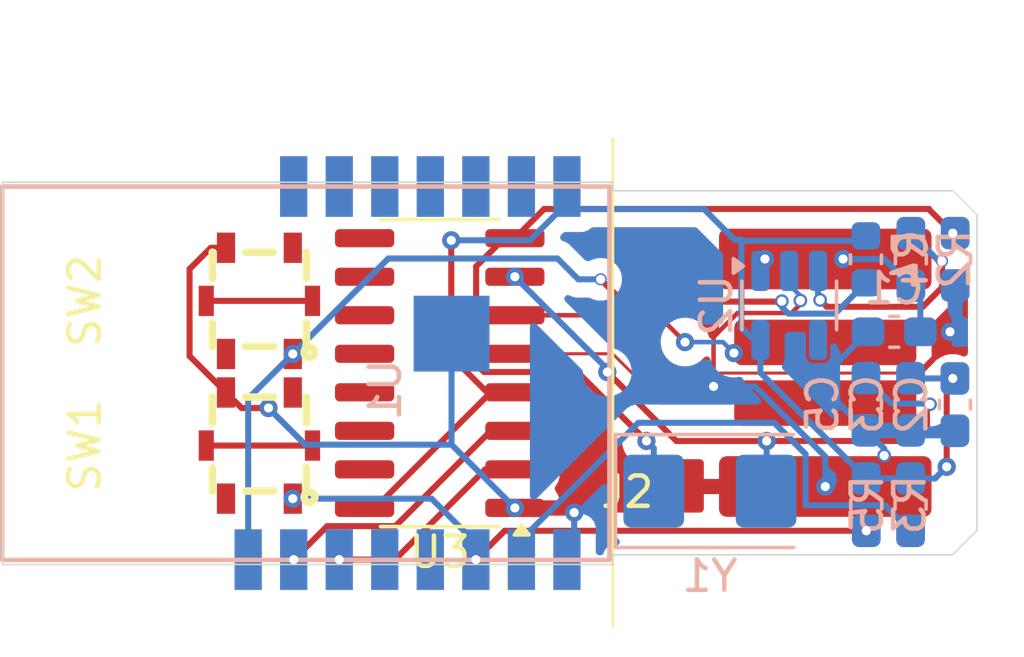
<source format=kicad_pcb>
(kicad_pcb (version 20241229) (generator "pcbnew") (generator_version "9.0")
  (layers (0 "F.Cu" signal) (2 "B.Cu" signal) (13 "F.Paste" user) (15 "B.Paste" user) (5 "F.SilkS" user "F.Silkscreen") (7 "B.SilkS" user "B.Silkscreen") (1 "F.Mask" user) (3 "B.Mask" user) (25 "Edge.Cuts" user))
  (net 0 "")
  (net 1 "GND")
  (net 2 "VBUS")
  (net 3 "+3.3V")
  (net 4 "Net-(U3-XO)")
  (net 5 "Net-(U3-XI)")
  (net 6 "D+")
  (net 7 "D-")
  (net 8 "Net-(U2-EN)")
  (net 9 "Net-(U1-GPIO0)")
  (net 10 "Net-(U1-RST)")
  (net 11 "Net-(U1-GPIO2)")
  (net 14 "unconnected-(SW1-Pad5)")
  (net 15 "unconnected-(SW2-Pad5)")
  (net 18 "Net-(U1-RX)")
  (net 26 "Net-(U1-TX)")
  (footprint "button:KEY-SMD_4P-L3.1-W3.1-P2.00_TS-1077S-01726" (layer "F.Cu") (at 118.86 72.71 90)
    (property "Reference" "SW2" (at 0 -5.75 90) (layer "F.SilkS"))
    (property "Value" "TS-1077S-01726")
    (fp_line (start 1.6 -1.55) (end 1.6 -1.53) (stroke (width 0.25)) (layer "F.SilkS"))
    (fp_line (start 0.74 -1.55) (end 1.6 -1.55) (stroke (width 0.25)) (layer "F.SilkS"))
    (fp_line (start -1.5 -1.55) (end -0.73 -1.55) (stroke (width 0.25)) (layer "F.SilkS"))
    (fp_line (start -1.5 -1.53) (end -1.5 -1.55) (stroke (width 0.25)) (layer "F.SilkS"))
    (fp_line (start 1.6 -0.47) (end 1.6 0.47) (stroke (width 0.25)) (layer "F.SilkS"))
    (fp_line (start -1.5 0.47) (end -1.5 -0.47) (stroke (width 0.25)) (layer "F.SilkS"))
    (fp_line (start 1.6 1.53) (end 1.6 1.55) (stroke (width 0.25)) (layer "F.SilkS"))
    (fp_line (start 1.6 1.55) (end 0.74 1.55) (stroke (width 0.25)) (layer "F.SilkS"))
    (fp_line (start -0.73 1.55) (end -1.5 1.55) (stroke (width 0.25)) (layer "F.SilkS"))
    (fp_line (start -1.5 1.55) (end -1.5 1.53) (stroke (width 0.25)) (layer "F.SilkS"))
    (fp_circle (center -1.7 1.65) (end -1.65 1.65) (stroke (width 0.25)) (fill no) (layer "F.SilkS"))
    (pad "1" smd rect (at -1.75 1.1 180) (size 0.6 1) (layers "F.Cu" "F.Mask" "F.Paste") (net 10 "Net-(U1-RST)"))
    (pad "2" smd rect (at 1.75 1.1 180) (size 0.6 1) (layers "F.Cu" "F.Mask" "F.Paste"))
    (pad "3" smd rect (at 1.75 -1.1 180) (size 0.6 1) (layers "F.Cu" "F.Mask" "F.Paste") (net 1 "GND"))
    (pad "4" smd rect (at -1.75 -1.1 180) (size 0.6 1) (layers "F.Cu" "F.Mask" "F.Paste"))
    (pad "5" smd rect (at 0 -1.75 180) (size 0.5 1) (layers "F.Cu" "F.Mask" "F.Paste") (net 15 "unconnected-(SW2-Pad5)"))
    (pad "5" smd rect (at 0 1.75 180) (size 0.5 1) (layers "F.Cu" "F.Mask" "F.Paste") (net 15 "unconnected-(SW2-Pad5)"))
  )
  (footprint "Package_SO:SOIC-16_3.9x9.9mm_P1.27mm" (layer "F.Cu") (at 124.8 75.09 180)
    (property "Reference" "U3" (at 0 -5.9 0) (layer "F.SilkS"))
    (property "Value" "CH340G")
    (fp_line (start 0 5.06) (end 1.95 5.06) (stroke (width 0.12)) (layer "F.SilkS"))
    (fp_line (start 0 5.06) (end -1.95 5.06) (stroke (width 0.12)) (layer "F.SilkS"))
    (fp_line (start 0 -5.06) (end 1.95 -5.06) (stroke (width 0.12)) (layer "F.SilkS"))
    (fp_line (start 0 -5.06) (end -1.95 -5.06) (stroke (width 0.12)) (layer "F.SilkS"))
    (fp_poly (pts (xy -2.7 -5.005) (xy -2.94 -5.335) (xy -2.46 -5.335)) (stroke (width 0.12)) (fill yes) (layer "F.SilkS"))
    (pad "1" smd roundrect (at -2.475 -4.445 180) (size 1.95 0.6) (layers "F.Cu" "F.Mask" "F.Paste") (net 1 "GND"))
    (pad "2" smd roundrect (at -2.475 -3.175 180) (size 1.95 0.6) (layers "F.Cu" "F.Mask" "F.Paste") (net 18 "Net-(U1-RX)"))
    (pad "3" smd roundrect (at -2.475 -1.905 180) (size 1.95 0.6) (layers "F.Cu" "F.Mask" "F.Paste") (net 26 "Net-(U1-TX)"))
    (pad "4" smd roundrect (at -2.475 -0.635 180) (size 1.95 0.6) (layers "F.Cu" "F.Mask" "F.Paste") (net 3 "+3.3V"))
    (pad "5" smd roundrect (at -2.475 0.635 180) (size 1.95 0.6) (layers "F.Cu" "F.Mask" "F.Paste") (net 6 "D+"))
    (pad "6" smd roundrect (at -2.475 1.905 180) (size 1.95 0.6) (layers "F.Cu" "F.Mask" "F.Paste") (net 7 "D-"))
    (pad "7" smd roundrect (at -2.475 3.175 180) (size 1.95 0.6) (layers "F.Cu" "F.Mask" "F.Paste") (net 5 "Net-(U3-XI)"))
    (pad "8" smd roundrect (at -2.475 4.445 180) (size 1.95 0.6) (layers "F.Cu" "F.Mask" "F.Paste") (net 4 "Net-(U3-XO)"))
    (pad "9" smd roundrect (at 2.475 4.445 180) (size 1.95 0.6) (layers "F.Cu" "F.Mask" "F.Paste"))
    (pad "10" smd roundrect (at 2.475 3.175 180) (size 1.95 0.6) (layers "F.Cu" "F.Mask" "F.Paste"))
    (pad "11" smd roundrect (at 2.475 1.905 180) (size 1.95 0.6) (layers "F.Cu" "F.Mask" "F.Paste"))
    (pad "12" smd roundrect (at 2.475 0.635 180) (size 1.95 0.6) (layers "F.Cu" "F.Mask" "F.Paste"))
    (pad "13" smd roundrect (at 2.475 -0.635 180) (size 1.95 0.6) (layers "F.Cu" "F.Mask" "F.Paste"))
    (pad "14" smd roundrect (at 2.475 -1.905 180) (size 1.95 0.6) (layers "F.Cu" "F.Mask" "F.Paste"))
    (pad "15" smd roundrect (at 2.475 -3.175 180) (size 1.95 0.6) (layers "F.Cu" "F.Mask" "F.Paste"))
    (pad "16" smd roundrect (at 2.475 -4.445 180) (size 1.95 0.6) (layers "F.Cu" "F.Mask" "F.Paste") (net 3 "+3.3V"))
  )
  (footprint "Connector_USB_PCB_Edge:USB_A_PCB_Edge_receptacle" (layer "F.Cu") (at 137.5 75.08 180)
    (property "Reference" "J2" (at 6.52 -3.93 0) (layer "F.SilkS"))
    (property "Value" "USB_A_PCB_Edge_receptacle")
    (fp_line (start 7 6) (end -4.2 6) (stroke (width 0.05)) (layer "Edge.Cuts"))
    (fp_line (start 7 -6) (end -4.2 -6) (stroke (width 0.05)) (layer "Edge.Cuts"))
    (fp_line (start -5 5.2) (end -4.2 6) (stroke (width 0.05)) (layer "Edge.Cuts"))
    (fp_line (start -5 -5.2) (end -4.2 -6) (stroke (width 0.05)) (layer "Edge.Cuts"))
    (fp_line (start -5 -5.2) (end -5 5.2) (stroke (width 0.05)) (layer "Edge.Cuts"))
    (pad "1" smd roundrect (at 0 3.75 180) (size 7 2) (layers "F.Cu" "F.Mask") (roundrect_rratio 0.125) (net 2 "VBUS"))
    (pad "2" smd roundrect (at 0 1 180) (size 6 1.5) (layers "F.Cu" "F.Mask") (roundrect_rratio 0.1666666667) (net 7 "D-"))
    (pad "3" smd roundrect (at 0 -1 180) (size 6 1.5) (layers "F.Cu" "F.Mask") (roundrect_rratio 0.1666666667) (net 6 "D+"))
    (pad "4" smd roundrect (at 0 -3.75 180) (size 7 2) (layers "F.Cu" "F.Mask") (roundrect_rratio 0.125) (net 1 "GND"))
  )
  (footprint "button:KEY-SMD_4P-L3.1-W3.1-P2.00_TS-1077S-01726" (layer "F.Cu") (at 118.86 77.48 90)
    (property "Reference" "SW1" (at 0 -5.75 90) (layer "F.SilkS"))
    (property "Value" "TS-1077S-01726")
    (fp_line (start 1.6 -1.55) (end 1.6 -1.53) (stroke (width 0.25)) (layer "F.SilkS"))
    (fp_line (start 0.74 -1.55) (end 1.6 -1.55) (stroke (width 0.25)) (layer "F.SilkS"))
    (fp_line (start -1.5 -1.55) (end -0.73 -1.55) (stroke (width 0.25)) (layer "F.SilkS"))
    (fp_line (start -1.5 -1.53) (end -1.5 -1.55) (stroke (width 0.25)) (layer "F.SilkS"))
    (fp_line (start 1.6 -0.47) (end 1.6 0.47) (stroke (width 0.25)) (layer "F.SilkS"))
    (fp_line (start -1.5 0.47) (end -1.5 -0.47) (stroke (width 0.25)) (layer "F.SilkS"))
    (fp_line (start 1.6 1.53) (end 1.6 1.55) (stroke (width 0.25)) (layer "F.SilkS"))
    (fp_line (start 1.6 1.55) (end 0.74 1.55) (stroke (width 0.25)) (layer "F.SilkS"))
    (fp_line (start -0.73 1.55) (end -1.5 1.55) (stroke (width 0.25)) (layer "F.SilkS"))
    (fp_line (start -1.5 1.55) (end -1.5 1.53) (stroke (width 0.25)) (layer "F.SilkS"))
    (fp_circle (center -1.7 1.65) (end -1.65 1.65) (stroke (width 0.25)) (fill no) (layer "F.SilkS"))
    (pad "1" smd rect (at -1.75 1.1 180) (size 0.6 1) (layers "F.Cu" "F.Mask" "F.Paste") (net 9 "Net-(U1-GPIO0)"))
    (pad "2" smd rect (at 1.75 1.1 180) (size 0.6 1) (layers "F.Cu" "F.Mask" "F.Paste"))
    (pad "3" smd rect (at 1.75 -1.1 180) (size 0.6 1) (layers "F.Cu" "F.Mask" "F.Paste") (net 1 "GND"))
    (pad "4" smd rect (at -1.75 -1.1 180) (size 0.6 1) (layers "F.Cu" "F.Mask" "F.Paste"))
    (pad "5" smd rect (at 0 -1.75 180) (size 0.5 1) (layers "F.Cu" "F.Mask" "F.Paste") (net 14 "unconnected-(SW1-Pad5)"))
    (pad "5" smd rect (at 0 1.75 180) (size 0.5 1) (layers "F.Cu" "F.Mask" "F.Paste") (net 14 "unconnected-(SW1-Pad5)"))
  )
  (footprint "Capacitor_SMD:C_0603_1608Metric_Pad1.08x0.95mm_HandSolder" (layer "B.Cu") (at 141.78 71.34 -90)
    (property "Reference" "C4" (at 0 1.43 90) (layer "B.SilkS") (effects (justify mirror)))
    (property "Value" "30pF")
    (fp_line (start -0.146267 0.51) (end 0.146267 0.51) (stroke (width 0.12)) (layer "B.SilkS"))
    (fp_line (start -0.146267 -0.51) (end 0.146267 -0.51) (stroke (width 0.12)) (layer "B.SilkS"))
    (pad "1" smd roundrect (at -0.8625 0 270) (size 1.075 0.95) (layers "B.Cu" "B.Mask" "B.Paste") (net 4 "Net-(U3-XO)"))
    (pad "2" smd roundrect (at 0.8625 0 270) (size 1.075 0.95) (layers "B.Cu" "B.Mask" "B.Paste") (net 1 "GND"))
  )
  (footprint "Crystal:Crystal_SMD_5032-2Pin_5.0x3.2mm" (layer "B.Cu") (at 133.7 78.98)
    (property "Reference" "Y1" (at 0 2.8 0) (layer "B.SilkS") (effects (justify mirror)))
    (property "Value" "12MHz")
    (fp_line (start -3.11 -1.86) (end 2.76 -1.86) (stroke (width 0.12)) (layer "B.SilkS"))
    (fp_line (start -3.11 1.86) (end -3.11 -1.86) (stroke (width 0.12)) (layer "B.SilkS"))
    (fp_line (start 2.76 1.86) (end -3.11 1.86) (stroke (width 0.12)) (layer "B.SilkS"))
    (pad "1" smd roundrect (at -1.85 0) (size 2 2.4) (layers "B.Cu" "B.Mask" "B.Paste") (roundrect_rratio 0.125) (net 4 "Net-(U3-XO)"))
    (pad "2" smd roundrect (at 1.85 0) (size 2 2.4) (layers "B.Cu" "B.Mask" "B.Paste") (roundrect_rratio 0.125) (net 5 "Net-(U3-XI)"))
  )
  (footprint "Capacitor_SMD:C_0603_1608Metric" (layer "B.Cu") (at 138.84 71.34 90)
    (property "Reference" "R4" (at 0 1.43 270) (layer "B.SilkS") (effects (justify mirror)))
    (property "Value" "10k")
    (fp_line (start -0.14058 -0.51) (end 0.14058 -0.51) (stroke (width 0.12)) (layer "B.SilkS"))
    (fp_line (start -0.14058 0.51) (end 0.14058 0.51) (stroke (width 0.12)) (layer "B.SilkS"))
    (pad "1" smd roundrect (at -0.775 0 90) (size 0.9 0.95) (layers "B.Cu" "B.Mask" "B.Paste") (net 10 "Net-(U1-RST)"))
    (pad "2" smd roundrect (at 0.775 0 90) (size 0.9 0.95) (layers "B.Cu" "B.Mask" "B.Paste") (net 3 "+3.3V"))
  )
  (footprint "Capacitor_SMD:C_0603_1608Metric_Pad1.08x0.95mm_HandSolder" (layer "B.Cu") (at 140.31 79.4275 -90)
    (property "Reference" "R5" (at 0 1.43 90) (layer "B.SilkS") (effects (justify mirror)))
    (property "Value" "10k")
    (fp_line (start -0.146267 0.51) (end 0.146267 0.51) (stroke (width 0.12)) (layer "B.SilkS"))
    (fp_line (start -0.146267 -0.51) (end 0.146267 -0.51) (stroke (width 0.12)) (layer "B.SilkS"))
    (pad "1" smd roundrect (at -0.8625 0 270) (size 1.075 0.95) (layers "B.Cu" "B.Mask" "B.Paste") (net 3 "+3.3V"))
    (pad "2" smd roundrect (at 0.8625 0 270) (size 1.075 0.95) (layers "B.Cu" "B.Mask" "B.Paste") (net 11 "Net-(U1-GPIO2)"))
  )
  (footprint "Capacitor_SMD:C_0603_1608Metric_Pad1.08x0.95mm_HandSolder" (layer "B.Cu") (at 140.31 76.12 -90)
    (property "Reference" "C3" (at 0 1.43 90) (layer "B.SilkS") (effects (justify mirror)))
    (property "Value" "100nF")
    (fp_line (start -0.146267 0.51) (end 0.146267 0.51) (stroke (width 0.12)) (layer "B.SilkS"))
    (fp_line (start -0.146267 -0.51) (end 0.146267 -0.51) (stroke (width 0.12)) (layer "B.SilkS"))
    (pad "1" smd roundrect (at -0.8625 0 270) (size 1.075 0.95) (layers "B.Cu" "B.Mask" "B.Paste") (net 3 "+3.3V"))
    (pad "2" smd roundrect (at 0.8625 0 270) (size 1.075 0.95) (layers "B.Cu" "B.Mask" "B.Paste") (net 1 "GND"))
  )
  (footprint "ESP8285:ESP-M2" (layer "B.Cu") (at 122.99 75.09 -90)
    (property "Reference" "U1" (at 0.55 -0.01 90) (layer "B.SilkS") (effects (justify mirror)))
    (property "Value" "ESP-M2")
    (fp_line (start -6.15 12.6) (end 6.15 12.6) (stroke (width 0.15)) (layer "B.SilkS"))
    (fp_line (start -6.15 -7.4) (end -6.15 12.6) (stroke (width 0.15)) (layer "B.SilkS"))
    (fp_line (start 6.15 -7.4) (end -6.15 -7.4) (stroke (width 0.15)) (layer "B.SilkS"))
    (fp_line (start 6.16 -7.4) (end 6.16 12.6) (stroke (width 0.15)) (layer "B.SilkS"))
    (pad "1" smd rect (at -6.15 3 180) (size 0.9 2) (layers "B.Cu" "B.Mask" "B.Paste"))
    (pad "2" smd rect (at -6.15 1.5 180) (size 0.9 2) (layers "B.Cu" "B.Mask" "B.Paste"))
    (pad "3" smd rect (at -6.15 0 180) (size 0.9 2) (layers "B.Cu" "B.Mask" "B.Paste"))
    (pad "4" smd rect (at -6.15 -1.5 180) (size 0.9 2) (layers "B.Cu" "B.Mask" "B.Paste"))
    (pad "5" smd rect (at -6.15 -3 180) (size 0.9 2) (layers "B.Cu" "B.Mask" "B.Paste"))
    (pad "6" smd rect (at -6.15 -4.5 180) (size 0.9 2) (layers "B.Cu" "B.Mask" "B.Paste"))
    (pad "7" smd rect (at -6.15 -6 180) (size 0.9 2) (layers "B.Cu" "B.Mask" "B.Paste") (net 3 "+3.3V"))
    (pad "8" smd rect (at 6.15 -6 180) (size 0.9 2) (layers "B.Cu" "B.Mask" "B.Paste") (net 1 "GND"))
    (pad "9" smd rect (at 6.15 -4.5 180) (size 0.9 2) (layers "B.Cu" "B.Mask" "B.Paste") (net 11 "Net-(U1-GPIO2)"))
    (pad "10" smd rect (at 6.15 -3 180) (size 0.9 2) (layers "B.Cu" "B.Mask" "B.Paste") (net 9 "Net-(U1-GPIO0)"))
    (pad "11" smd rect (at 6.15 -1.5 180) (size 0.9 2) (layers "B.Cu" "B.Mask" "B.Paste"))
    (pad "12" smd rect (at 6.15 0 180) (size 0.9 2) (layers "B.Cu" "B.Mask" "B.Paste"))
    (pad "13" smd rect (at 6.15 1.5 180) (size 0.9 2) (layers "B.Cu" "B.Mask" "B.Paste") (net 18 "Net-(U1-RX)"))
    (pad "14" smd rect (at 6.15 3 180) (size 0.9 2) (layers "B.Cu" "B.Mask" "B.Paste") (net 26 "Net-(U1-TX)"))
    (pad "15" smd rect (at 6.15 4.5 180) (size 0.9 2) (layers "B.Cu" "B.Mask" "B.Paste") (net 10 "Net-(U1-RST)"))
    (pad "16" smd rect (at -1.3 -2.2 180) (size 2.5 2.5) (layers "B.Cu" "B.Mask" "B.Paste") (net 1 "GND"))
  )
  (footprint "Capacitor_SMD:C_0603_1608Metric_Pad1.08x0.95mm_HandSolder" (layer "B.Cu") (at 138.85 79.4275 90)
    (property "Reference" "R3" (at 0 1.43 90) (layer "B.SilkS") (effects (justify mirror)))
    (property "Value" "10k")
    (fp_line (start -0.146267 -0.51) (end 0.146267 -0.51) (stroke (width 0.12)) (layer "B.SilkS"))
    (fp_line (start -0.146267 0.51) (end 0.146267 0.51) (stroke (width 0.12)) (layer "B.SilkS"))
    (pad "1" smd roundrect (at -0.8625 0 90) (size 1.075 0.95) (layers "B.Cu" "B.Mask" "B.Paste") (net 9 "Net-(U1-GPIO0)"))
    (pad "2" smd roundrect (at 0.8625 0 90) (size 1.075 0.95) (layers "B.Cu" "B.Mask" "B.Paste") (net 3 "+3.3V"))
  )
  (footprint "Capacitor_SMD:C_0603_1608Metric_Pad1.08x0.95mm_HandSolder" (layer "B.Cu") (at 138.84 76.1175 -90)
    (property "Reference" "C5" (at 0 1.43 90) (layer "B.SilkS") (effects (justify mirror)))
    (property "Value" "30pF")
    (fp_line (start -0.146267 0.51) (end 0.146267 0.51) (stroke (width 0.12)) (layer "B.SilkS"))
    (fp_line (start -0.146267 -0.51) (end 0.146267 -0.51) (stroke (width 0.12)) (layer "B.SilkS"))
    (pad "1" smd roundrect (at -0.8625 0 270) (size 1.075 0.95) (layers "B.Cu" "B.Mask" "B.Paste") (net 5 "Net-(U3-XI)"))
    (pad "2" smd roundrect (at 0.8625 0 270) (size 1.075 0.95) (layers "B.Cu" "B.Mask" "B.Paste") (net 1 "GND"))
  )
  (footprint "Capacitor_SMD:C_0603_1608Metric_Pad1.08x0.95mm_HandSolder" (layer "B.Cu") (at 140.32 71.34 90)
    (property "Reference" "R2" (at 0 1.43 90) (layer "B.SilkS") (effects (justify mirror)))
    (property "Value" "1k")
    (fp_line (start -0.146267 -0.51) (end 0.146267 -0.51) (stroke (width 0.12)) (layer "B.SilkS"))
    (fp_line (start -0.146267 0.51) (end 0.146267 0.51) (stroke (width 0.12)) (layer "B.SilkS"))
    (pad "1" smd roundrect (at -0.8625 0 90) (size 1.075 0.95) (layers "B.Cu" "B.Mask" "B.Paste") (net 2 "VBUS"))
    (pad "2" smd roundrect (at 0.8625 0 90) (size 1.075 0.95) (layers "B.Cu" "B.Mask" "B.Paste") (net 8 "Net-(U2-EN)"))
  )
  (footprint "Capacitor_SMD:C_0603_1608Metric_Pad1.08x0.95mm_HandSolder" (layer "B.Cu") (at 141.77 76.13 -90)
    (property "Reference" "C2" (at 0 1.43 90) (layer "B.SilkS") (effects (justify mirror)))
    (property "Value" "1uF")
    (fp_line (start -0.146267 0.51) (end 0.146267 0.51) (stroke (width 0.12)) (layer "B.SilkS"))
    (fp_line (start -0.146267 -0.51) (end 0.146267 -0.51) (stroke (width 0.12)) (layer "B.SilkS"))
    (pad "1" smd roundrect (at -0.8625 0 270) (size 1.075 0.95) (layers "B.Cu" "B.Mask" "B.Paste") (net 3 "+3.3V"))
    (pad "2" smd roundrect (at 0.8625 0 270) (size 1.075 0.95) (layers "B.Cu" "B.Mask" "B.Paste") (net 1 "GND"))
  )
  (footprint "Package_TO_SOT_SMD:SOT-23-5" (layer "B.Cu") (at 136.3125 72.86 -90)
    (property "Reference" "U2" (at 0 2.4 90) (layer "B.SilkS") (effects (justify mirror)))
    (property "Value" "AP2112K-3.3")
    (fp_line (start 0 1.56) (end -0.8 1.56) (stroke (width 0.12)) (layer "B.SilkS"))
    (fp_line (start 0 1.56) (end 0.8 1.56) (stroke (width 0.12)) (layer "B.SilkS"))
    (fp_line (start 0 -1.56) (end -0.8 -1.56) (stroke (width 0.12)) (layer "B.SilkS"))
    (fp_line (start 0 -1.56) (end 0.8 -1.56) (stroke (width 0.12)) (layer "B.SilkS"))
    (fp_poly (pts (xy -1.3 1.51) (xy -1.54 1.84) (xy -1.06 1.84)) (stroke (width 0.12)) (fill yes) (layer "B.SilkS"))
    (pad "1" smd roundrect (at -1.1375 0.95 270) (size 1.325 0.6) (layers "B.Cu" "B.Mask" "B.Paste") (net 2 "VBUS"))
    (pad "2" smd roundrect (at -1.1375 0 270) (size 1.325 0.6) (layers "B.Cu" "B.Mask" "B.Paste") (net 1 "GND"))
    (pad "3" smd roundrect (at -1.1375 -0.95 270) (size 1.325 0.6) (layers "B.Cu" "B.Mask" "B.Paste") (net 8 "Net-(U2-EN)"))
    (pad "4" smd roundrect (at 1.1375 -0.95 270) (size 1.325 0.6) (layers "B.Cu" "B.Mask" "B.Paste") (clearance 0.1))
    (pad "5" smd roundrect (at 1.1375 0.95 270) (size 1.325 0.6) (layers "B.Cu" "B.Mask" "B.Paste") (net 3 "+3.3V"))
  )
  (footprint "Capacitor_SMD:C_0603_1608Metric_Pad1.08x0.95mm_HandSolder" (layer "B.Cu") (at 139.77 73.73 180)
    (property "Reference" "C1" (at 0 1.43 0) (layer "B.SilkS") (effects (justify mirror)))
    (property "Value" "1uF")
    (fp_line (start -0.146267 0.51) (end 0.146267 0.51) (stroke (width 0.12)) (layer "B.SilkS"))
    (fp_line (start -0.146267 -0.51) (end 0.146267 -0.51) (stroke (width 0.12)) (layer "B.SilkS"))
    (pad "1" smd roundrect (at -0.8625 0 180) (size 1.075 0.95) (layers "B.Cu" "B.Mask" "B.Paste") (net 2 "VBUS"))
    (pad "2" smd roundrect (at 0.8625 0 180) (size 1.075 0.95) (layers "B.Cu" "B.Mask" "B.Paste") (net 1 "GND"))
  )
  (gr_line (start 130.5 75.83) (end 130.5 67.38) (stroke (width 0.1)) (layer "F.SilkS"))
  (gr_line (start 130.5 75.83) (end 130.5 83.43) (stroke (width 0.1)) (layer "F.SilkS"))
  (gr_line (start 130.5 68.8) (end 110.4 68.8) (stroke (width 0.05)) (layer "Edge.Cuts"))
  (gr_line (start 110.4 68.8) (end 110.4 81.4) (stroke (width 0.05)) (layer "Edge.Cuts"))
  (gr_line (start 110.4 81.4) (end 130.5 81.4) (stroke (width 0.05)) (layer "Edge.Cuts"))
  (gr_line (start 130.5 69.08) (end 130.5 68.8) (stroke (width 0.05)) (layer "Edge.Cuts"))
  (gr_line (start 130.5 81.4) (end 130.5 81.08) (stroke (width 0.05)) (layer "Edge.Cuts"))
  (segment (start 136.387745 73.111) (end 134.791 73.111) (width 0.15) (layer "F.Cu") (net 1))
  (segment (start 118.272192 76.242192) (end 117.76 75.73) (width 0.2) (layer "F.Cu") (net 1))
  (segment (start 134.79 73.11) (end 134.610618 73.11) (width 0.15) (layer "F.Cu") (net 1))
  (segment (start 133.82 73.900618) (end 133.82 75.53) (width 0.15) (layer "F.Cu") (net 1))
  (segment (start 141.043341 74.642106) (end 140.595447 75.09) (width 0.2) (layer "F.Cu") (net 1))
  (segment (start 136.68 72.7) (end 136.68 72.818745) (width 0.15) (layer "F.Cu") (net 1))
  (segment (start 116.559 74.529) (end 116.559 71.661) (width 0.2) (layer "F.Cu") (net 1))
  (segment (start 133.82 75.3) (end 133.82 75.53) (width 0.1) (layer "F.Cu") (net 1))
  (segment (start 127.275 79.535) (end 127.43 79.69) (width 0.2) (layer "F.Cu") (net 1))
  (segment (start 136.68 72.818745) (end 136.387745 73.111) (width 0.15) (layer "F.Cu") (net 1))
  (segment (start 117.76 75.73) (end 116.559 74.529) (width 0.2) (layer "F.Cu") (net 1))
  (segment (start 119.160147 76.242192) (end 118.272192 76.242192) (width 0.2) (layer "F.Cu") (net 1))
  (segment (start 141.61 73.73) (end 141.61 74.075447) (width 0.15) (layer "F.Cu") (net 1))
  (segment (start 140.595447 75.09) (end 137.8885 75.09) (width 0.1) (layer "F.Cu") (net 1))
  (segment (start 134 75.12) (end 133.82 75.3) (width 0.1) (layer "F.Cu") (net 1))
  (segment (start 116.559 71.661) (end 117.26 70.96) (width 0.2) (layer "F.Cu") (net 1))
  (segment (start 127.43 79.69) (end 129.228527 79.69) (width 0.2) (layer "F.Cu") (net 1))
  (segment (start 134.610618 73.11) (end 133.82 73.900618) (width 0.15) (layer "F.Cu") (net 1))
  (segment (start 137.8885 75.09) (end 134.03 75.09) (width 0.1) (layer "F.Cu") (net 1))
  (segment (start 134.03 75.09) (end 134 75.12) (width 0.1) (layer "F.Cu") (net 1))
  (segment (start 117.26 70.96) (end 117.76 70.96) (width 0.2) (layer "F.Cu") (net 1))
  (segment (start 141.61 74.075447) (end 141.043341 74.642106) (width 0.15) (layer "F.Cu") (net 1))
  (segment (start 134.791 73.111) (end 134.79 73.11) (width 0.15) (layer "F.Cu") (net 1))
  (via (at 141.61 73.73) (size 0.6) (drill 0.3) (layers "F.Cu" "B.Cu") (net 1))
  (via micro (at 136.68 72.7) (size 0.45) (drill 0.3) (layers "F.Cu" "B.Cu") (net 1))
  (via (at 127.275 79.535) (size 0.6) (drill 0.3) (layers "F.Cu" "B.Cu") (net 1))
  (via (at 119.160147 76.242192) (size 0.6) (drill 0.3) (layers "F.Cu" "B.Cu") (net 1))
  (via (at 137.5 78.83) (size 0.6) (drill 0.3) (layers "F.Cu" "B.Cu") (net 1))
  (via (at 129.228527 79.69) (size 0.6) (drill 0.3) (layers "F.Cu" "B.Cu") (net 1))
  (via (at 133.82 75.53) (size 0.6) (drill 0.3) (layers "F.Cu" "B.Cu") (net 1))
  (via micro (at 139.44 77.81) (size 0.45) (drill 0.3) (layers "F.Cu" "B.Cu") (net 1))
  (segment (start 129.228527 79.69) (end 129.228527 80.479) (width 0.2) (layer "B.Cu") (net 1))
  (segment (start 133.82 75.53) (end 135.187043 75.53) (width 0.2) (layer "B.Cu") (net 1))
  (segment (start 139.44 77.58) (end 138.84 76.98) (width 0.2) (layer "B.Cu") (net 1))
  (segment (start 137.8885 75.09) (end 137.8885 76.0285) (width 0.2) (layer "B.Cu") (net 1))
  (segment (start 139.44 77.81) (end 139.44 77.58) (width 0.2) (layer "B.Cu") (net 1))
  (segment (start 120.367955 77.45) (end 119.160147 76.242192) (width 0.2) (layer "B.Cu") (net 1))
  (segment (start 125.19 73.79) (end 125.19 77.45) (width 0.2) (layer "B.Cu") (net 1))
  (segment (start 138.9075 73.73) (end 137.8885 74.749) (width 0.2) (layer "B.Cu") (net 1))
  (segment (start 136.3125 72.175757) (end 136.3125 71.7225) (width 0.15) (layer "B.Cu") (net 1))
  (segment (start 125.19 77.45) (end 120.367955 77.45) (width 0.2) (layer "B.Cu") (net 1))
  (segment (start 129.228527 80.479) (end 128.99 80.479) (width 0.2) (layer "B.Cu") (net 1))
  (segment (start 137.8885 76.0285) (end 138.84 76.98) (width 0.2) (layer "B.Cu") (net 1))
  (segment (start 137.8885 74.749) (end 137.8885 75.09) (width 0.2) (layer "B.Cu") (net 1))
  (segment (start 135.187043 75.53) (end 137.5 77.842957) (width 0.2) (layer "B.Cu") (net 1))
  (segment (start 125.19 77.45) (end 127.275 79.535) (width 0.2) (layer "B.Cu") (net 1))
  (segment (start 136.68 72.543257) (end 136.3125 72.175757) (width 0.15) (layer "B.Cu") (net 1))
  (segment (start 137.5 77.842957) (end 137.5 78.83) (width 0.2) (layer "B.Cu") (net 1))
  (segment (start 136.68 72.7) (end 136.68 72.543257) (width 0.15) (layer "B.Cu") (net 1))
  (via (at 135.5125 71.33) (size 0.6) (drill 0.3) (layers "F.Cu" "B.Cu") (net 2))
  (via (at 138.0875 71.33) (size 0.6) (drill 0.3) (layers "F.Cu" "B.Cu") (net 2))
  (segment (start 140.6325 73.73) (end 140.6325 72.515) (width 0.2) (layer "B.Cu") (net 2))
  (segment (start 139.4475 71.33) (end 138.0875 71.33) (width 0.2) (layer "B.Cu") (net 2))
  (segment (start 135.3625 71.48) (end 135.5125 71.33) (width 0.2) (layer "B.Cu") (net 2))
  (segment (start 140.6325 72.515) (end 140.32 72.2025) (width 0.2) (layer "B.Cu") (net 2))
  (segment (start 135.3625 71.7225) (end 135.3625 71.48) (width 0.2) (layer "B.Cu") (net 2))
  (segment (start 140.32 72.2025) (end 139.4475 71.33) (width 0.2) (layer "B.Cu") (net 2))
  (segment (start 126.481968 75.725) (end 122.671968 79.535) (width 0.2) (layer "F.Cu") (net 3))
  (segment (start 125.18 74.544068) (end 125.18 70.714) (width 0.2) (layer "F.Cu") (net 3))
  (segment (start 127.275 75.725) (end 126.360932 75.725) (width 0.2) (layer "F.Cu") (net 3))
  (segment (start 141.5 75.4675) (end 141.7 75.2675) (width 0.2) (layer "F.Cu") (net 3))
  (segment (start 122.671968 79.535) (end 122.325 79.535) (width 0.2) (layer "F.Cu") (net 3))
  (segment (start 127.275 75.725) (end 126.481968 75.725) (width 0.2) (layer "F.Cu") (net 3))
  (segment (start 141.5 78.18) (end 141.5 75.4675) (width 0.2) (layer "F.Cu") (net 3))
  (segment (start 126.360932 75.725) (end 125.18 74.544068) (width 0.2) (layer "F.Cu") (net 3))
  (via (at 141.7 75.2675) (size 0.6) (drill 0.3) (layers "F.Cu" "B.Cu") (net 3))
  (via (at 141.5 78.18) (size 0.6) (drill 0.3) (layers "F.Cu" "B.Cu") (net 3))
  (via (at 125.18 70.714) (size 0.6) (drill 0.3) (layers "F.Cu" "B.Cu") (net 3))
  (segment (start 134.7365 70.69601) (end 134.76949 70.729) (width 0.2) (layer "B.Cu") (net 3))
  (segment (start 140.32 75.2675) (end 140.31 75.2575) (width 0.2) (layer "B.Cu") (net 3))
  (segment (start 134.76949 70.729) (end 138.676 70.729) (width 0.2) (layer "B.Cu") (net 3))
  (segment (start 133.501 69.681) (end 134.51601 70.69601) (width 0.2) (layer "B.Cu") (net 3))
  (segment (start 134.51601 70.69601) (end 134.7365 70.69601) (width 0.2) (layer "B.Cu") (net 3))
  (segment (start 128.801 69.681) (end 133.501 69.681) (width 0.2) (layer "B.Cu") (net 3))
  (segment (start 141.115 78.565) (end 141.5 78.18) (width 0.2) (layer "B.Cu") (net 3))
  (segment (start 138.676 70.729) (end 138.84 70.565) (width 0.2) (layer "B.Cu") (net 3))
  (segment (start 135.3625 74.21) (end 135.3625 75.0775) (width 0.2) (layer "B.Cu") (net 3))
  (segment (start 138.84 70.4775) (end 138.7915 70.429) (width 0.2) (layer "B.Cu") (net 3))
  (segment (start 127.768 70.714) (end 128.801 69.681) (width 0.2) (layer "B.Cu") (net 3))
  (segment (start 125.18 70.714) (end 127.768 70.714) (width 0.2) (layer "B.Cu") (net 3))
  (segment (start 138.85 78.565) (end 140.31 78.565) (width 0.2) (layer "B.Cu") (net 3))
  (segment (start 140.31 78.565) (end 141.115 78.565) (width 0.2) (layer "B.Cu") (net 3))
  (segment (start 134.7365 73.584) (end 135.3625 74.21) (width 0.2) (layer "B.Cu") (net 3))
  (segment (start 135.3625 75.0775) (end 138.85 78.565) (width 0.2) (layer "B.Cu") (net 3))
  (segment (start 134.7365 70.69601) (end 134.7365 73.584) (width 0.2) (layer "B.Cu") (net 3))
  (segment (start 141.77 75.2675) (end 140.32 75.2675) (width 0.2) (layer "B.Cu") (net 3))
  (segment (start 125.999 74.795968) (end 125.999 71.574032) (width 0.2) (layer "F.Cu") (net 4))
  (segment (start 126.928032 70.645) (end 127.275 70.645) (width 0.2) (layer "F.Cu") (net 4))
  (segment (start 128.239 69.681) (end 140.92 69.681) (width 0.2) (layer "F.Cu") (net 4))
  (segment (start 140.92 69.681) (end 140.92 69.6975) (width 0.2) (layer "F.Cu") (net 4))
  (segment (start 125.999 71.574032) (end 126.928032 70.645) (width 0.2) (layer "F.Cu") (net 4))
  (segment (start 131.61 77.329) (end 129.337 75.056) (width 0.2) (layer "F.Cu") (net 4))
  (segment (start 126.259032 75.056) (end 125.999 74.795968) (width 0.2) (layer "F.Cu") (net 4))
  (segment (start 129.337 75.056) (end 126.259032 75.056) (width 0.2) (layer "F.Cu") (net 4))
  (segment (start 127.275 70.645) (end 128.239 69.681) (width 0.2) (layer "F.Cu") (net 4))
  (segment (start 140.92 69.6975) (end 141.7 70.4775) (width 0.2) (layer "F.Cu") (net 4))
  (via (at 141.7 70.4775) (size 0.6) (drill 0.3) (layers "F.Cu" "B.Cu") (net 4))
  (via (at 131.61 77.329) (size 0.6) (drill 0.3) (layers "F.Cu" "B.Cu") (net 4))
  (segment (start 131.85 77.569) (end 131.61 77.329) (width 0.2) (layer "B.Cu") (net 4))
  (segment (start 131.85 78.98) (end 131.85 77.569) (width 0.2) (layer "B.Cu") (net 4))
  (segment (start 140.85 76.95) (end 140.47 77.33) (width 0.2) (layer "F.Cu") (net 5))
  (segment (start 140.95 76.12) (end 140.85 76.22) (width 0.2) (layer "F.Cu") (net 5))
  (segment (start 140.47 77.33) (end 135.57 77.33) (width 0.2) (layer "F.Cu") (net 5))
  (segment (start 135.57 77.33) (end 132.595 77.33) (width 0.2) (layer "F.Cu") (net 5))
  (segment (start 132.595 77.33) (end 130.32 75.055) (width 0.2) (layer "F.Cu") (net 5))
  (segment (start 140.85 76.22) (end 140.85 76.95) (width 0.2) (layer "F.Cu") (net 5))
  (via (at 130.32 75.055) (size 0.6) (drill 0.3) (layers "F.Cu" "B.Cu") (net 5))
  (via (at 127.275 71.915) (size 0.6) (drill 0.3) (layers "F.Cu" "B.Cu") (net 5))
  (via (at 135.57 77.33) (size 0.6) (drill 0.3) (layers "F.Cu" "B.Cu") (net 5))
  (via micro (at 140.95 76.12) (size 0.45) (drill 0.3) (layers "F.Cu" "B.Cu") (net 5))
  (segment (start 130.32 74.96) (end 127.275 71.915) (width 0.2) (layer "B.Cu") (net 5))
  (segment (start 140.834648 76.095352) (end 139.680352 76.095352) (width 0.2) (layer "B.Cu") (net 5))
  (segment (start 140.95 76.12) (end 140.859296 76.12) (width 0.2) (layer "B.Cu") (net 5))
  (segment (start 139.680352 76.095352) (end 138.84 75.255) (width 0.2) (layer "B.Cu") (net 5))
  (segment (start 135.57 78.96) (end 135.55 78.98) (width 0.2) (layer "B.Cu") (net 5))
  (segment (start 130.32 75.055) (end 130.32 74.96) (width 0.2) (layer "B.Cu") (net 5))
  (segment (start 140.859296 76.12) (end 140.834648 76.095352) (width 0.2) (layer "B.Cu") (net 5))
  (segment (start 135.57 77.33) (end 135.57 78.96) (width 0.2) (layer "B.Cu") (net 5))
  (segment (start 127.275 74.455) (end 130.499232 74.455) (width 0.1) (layer "F.Cu") (net 6))
  (segment (start 130.499232 74.455) (end 132.124232 76.08) (width 0.1) (layer "F.Cu") (net 6))
  (segment (start 132.124232 76.08) (end 137.5 76.08) (width 0.1) (layer "F.Cu") (net 6))
  (segment (start 135.46384 76.08) (end 137.5 76.08) (width 0.2) (layer "F.Cu") (net 6))
  (segment (start 127.275 73.185) (end 131.995 73.185) (width 0.15) (layer "F.Cu") (net 7))
  (segment (start 131.995 73.185) (end 132.88 74.07) (width 0.15) (layer "F.Cu") (net 7))
  (via (at 132.88 74.07) (size 0.6) (drill 0.3) (layers "F.Cu" "B.Cu") (net 7))
  (via (at 134.49 74.43) (size 0.6) (drill 0.3) (layers "F.Cu" "B.Cu") (net 7))
  (segment (start 134.13 74.07) (end 134.49 74.43) (width 0.15) (layer "B.Cu") (net 7))
  (segment (start 132.88 74.07) (end 134.13 74.07) (width 0.15) (layer "B.Cu") (net 7))
  (segment (start 137.545 72.905) (end 137.545 72.895) (width 0.2) (layer "F.Cu") (net 8))
  (segment (start 137.545 72.895) (end 137.33 72.68) (width 0.2) (layer "F.Cu") (net 8))
  (segment (start 141.35 71.402176) (end 141.35 72.26616) (width 0.2) (layer "F.Cu") (net 8))
  (segment (start 141.35 72.26616) (end 140.71116 72.905) (width 0.2) (layer "F.Cu") (net 8))
  (segment (start 140.71116 72.905) (end 137.545 72.905) (width 0.2) (layer "F.Cu") (net 8))
  (segment (start 141.345376 71.397552) (end 141.35 71.402176) (width 0.2) (layer "F.Cu") (net 8))
  (via micro (at 137.33 72.68) (size 0.45) (drill 0.3) (layers "F.Cu" "B.Cu") (net 8))
  (via micro (at 141.345376 71.397552) (size 0.4) (drill 0.3) (layers "F.Cu" "B.Cu") (net 8))
  (segment (start 141.291143 71.343319) (end 141.185819 71.343319) (width 0.2) (layer "B.Cu") (net 8))
  (segment (start 141.185819 71.343319) (end 140.32 70.4775) (width 0.2) (layer "B.Cu") (net 8))
  (segment (start 137.2625 72.6125) (end 137.33 72.68) (width 0.2) (layer "B.Cu") (net 8))
  (segment (start 141.345376 71.397552) (end 141.291143 71.343319) (width 0.2) (layer "B.Cu") (net 8))
  (segment (start 137.32 71.78) (end 137.2625 71.7225) (width 0.2) (layer "B.Cu") (net 8))
  (segment (start 137.2625 71.7225) (end 137.2625 72.6125) (width 0.2) (layer "B.Cu") (net 8))
  (segment (start 125.99 81.24) (end 126.94 80.29) (width 0.2) (layer "F.Cu") (net 9))
  (segment (start 126.94 80.29) (end 138.85 80.29) (width 0.2) (layer "F.Cu") (net 9))
  (via (at 119.96 79.23) (size 0.6) (drill 0.3) (layers "F.Cu" "B.Cu") (net 9))
  (via (at 125.99 81.24) (size 0.6) (drill 0.3) (layers "F.Cu" "B.Cu") (net 9))
  (via (at 138.85 80.29) (size 0.6) (drill 0.3) (layers "F.Cu" "B.Cu") (net 9))
  (segment (start 125.99 81.24) (end 125.99 80.688) (width 0.2) (layer "B.Cu") (net 9))
  (segment (start 125.99 80.688) (end 124.532 79.23) (width 0.2) (layer "B.Cu") (net 9))
  (segment (start 124.532 79.23) (end 119.96 79.23) (width 0.2) (layer "B.Cu") (net 9))
  (segment (start 138.85 80.29) (end 138.87 80.29) (width 0.2) (layer "B.Cu") (net 9))
  (segment (start 130.835 72.735) (end 130.1 72) (width 0.2) (layer "F.Cu") (net 10))
  (segment (start 136.08 72.72) (end 136.065 72.735) (width 0.2) (layer "F.Cu") (net 10))
  (segment (start 136.065 72.735) (end 130.835 72.735) (width 0.2) (layer "F.Cu") (net 10))
  (via micro (at 136.07 72.72) (size 0.45) (drill 0.3) (layers "F.Cu" "B.Cu") (net 10))
  (via micro (at 130.1 72) (size 0.4) (drill 0.3) (layers "F.Cu" "B.Cu") (net 10))
  (via (at 119.96 74.46) (size 0.6) (drill 0.3) (layers "F.Cu" "B.Cu") (net 10))
  (segment (start 129.365 72) (end 128.679 71.314) (width 0.2) (layer "B.Cu") (net 10))
  (segment (start 118.49 75.93) (end 118.49 81.24) (width 0.2) (layer "B.Cu") (net 10))
  (segment (start 137.824 73.131) (end 138.84 72.115) (width 0.2) (layer "B.Cu") (net 10))
  (segment (start 119.96 74.46) (end 118.49 75.93) (width 0.2) (layer "B.Cu") (net 10))
  (segment (start 123.106 71.314) (end 119.96 74.46) (width 0.2) (layer "B.Cu") (net 10))
  (segment (start 136.08 72.72) (end 136.08 72.925) (width 0.2) (layer "B.Cu") (net 10))
  (segment (start 136.286 73.131) (end 137.824 73.131) (width 0.2) (layer "B.Cu") (net 10))
  (segment (start 136.08 72.925) (end 136.286 73.131) (width 0.2) (layer "B.Cu") (net 10))
  (segment (start 128.679 71.314) (end 123.106 71.314) (width 0.2) (layer "B.Cu") (net 10))
  (segment (start 130.1 72) (end 129.365 72) (width 0.2) (layer "B.Cu") (net 10))
  (segment (start 135.818943 76.729) (end 131.341 76.729) (width 0.2) (layer "B.Cu") (net 11))
  (segment (start 136.851 77.761057) (end 135.818943 76.729) (width 0.2) (layer "B.Cu") (net 11))
  (segment (start 131.341 76.729) (end 127.49 80.58) (width 0.2) (layer "B.Cu") (net 11))
  (segment (start 127.49 80.58) (end 127.49 81.24) (width 0.2) (layer "B.Cu") (net 11))
  (segment (start 139.4715 79.4515) (end 136.851 79.4515) (width 0.2) (layer "B.Cu") (net 11))
  (segment (start 136.851 79.4515) (end 136.851 77.761057) (width 0.2) (layer "B.Cu") (net 11))
  (segment (start 140.31 80.29) (end 139.4715 79.4515) (width 0.2) (layer "B.Cu") (net 11))
  (segment (start 117.11 77.48) (end 120.61 77.48) (width 0.2) (layer "F.Cu") (net 14))
  (segment (start 117.11 72.71) (end 120.61 72.71) (width 0.2) (layer "F.Cu") (net 15))
  (segment (start 127.275 78.265) (end 126.300001 78.265) (width 0.2) (layer "F.Cu") (net 18))
  (segment (start 123.325001 81.24) (end 121.49 81.24) (width 0.2) (layer "F.Cu") (net 18))
  (segment (start 126.300001 78.265) (end 123.325001 81.24) (width 0.2) (layer "F.Cu") (net 18))
  (via (at 121.49 81.24) (size 0.6) (drill 0.3) (layers "F.Cu" "B.Cu") (net 18))
  (segment (start 127.275 76.995) (end 126.481968 76.995) (width 0.2) (layer "F.Cu") (net 26))
  (segment (start 121.094 80.136) (end 119.99 81.24) (width 0.2) (layer "F.Cu") (net 26))
  (segment (start 126.481968 76.995) (end 123.340968 80.136) (width 0.2) (layer "F.Cu") (net 26))
  (segment (start 123.340968 80.136) (end 121.094 80.136) (width 0.2) (layer "F.Cu") (net 26))
  (via (at 119.99 81.24) (size 0.6) (drill 0.3) (layers "F.Cu" "B.Cu") (net 26))
  (zone (net 1) (net_name "GND") (layers "F.Cu" "B.Cu") (connect_pads (clearance 0.5)) (min_thickness 0.25) (fill yes (thermal_gap 0.5) (thermal_bridge_width 0.5))
    (polygon (pts (xy 127.77 81.25) (xy 127.77 68.94) (xy 130.39 68.94) (xy 130.39 69.08) (xy 141.7 69.08) (xy 142.49 69.87) (xy 142.5 80.28) (xy 141.7 81.08) (xy 130.39 81.08) (xy 130.39 81.25)))
  )
)
</source>
